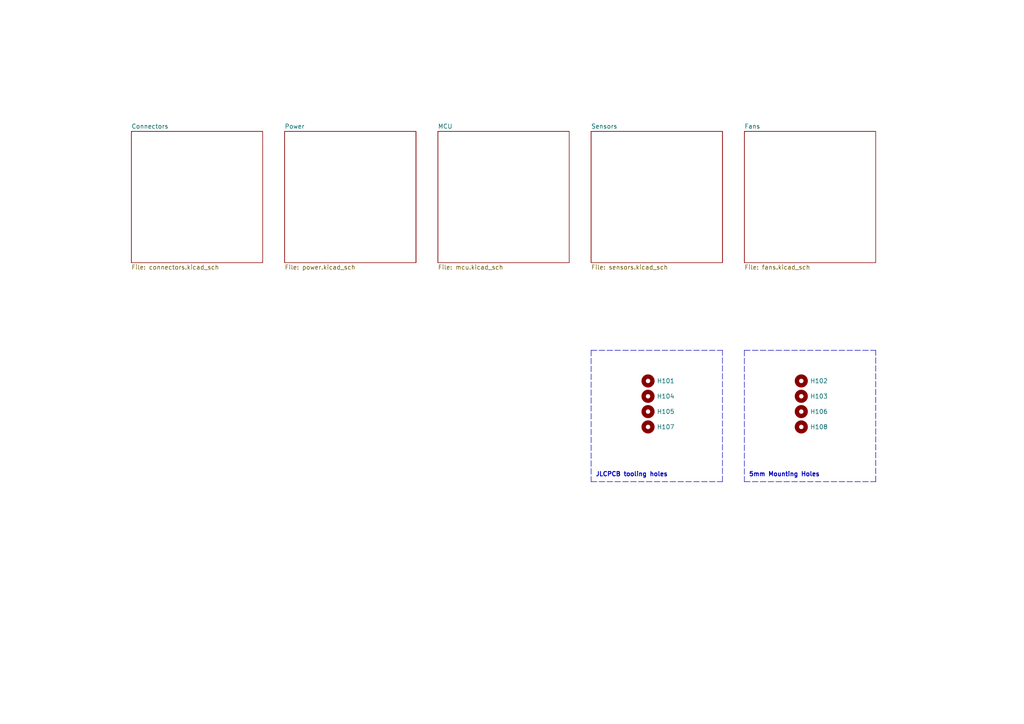
<source format=kicad_sch>
(kicad_sch (version 20211123) (generator eeschema)
  (paper "A4")
  (lib_symbols
    (symbol "Mechanical:MountingHole" (pin_names (offset 1.016))
      (property "Reference" "H" (at 0 5.08 0))
      (property "Value" "MountingHole" (at 0 3.175 0))
      (symbol "MountingHole_0_1"
        (circle (center 0 0) (radius 1.27) (stroke (width 1.27)))
      )
    )
  )
  (polyline (pts (xy 171.45 101.6) (xy 209.55 101.6)))
  (polyline (pts (xy 215.9 101.6) (xy 215.9 139.7)))
  (polyline (pts (xy 171.45 139.7) (xy 209.55 139.7)))
  (polyline (pts (xy 254 139.7) (xy 254 101.6)))
  (polyline (pts (xy 215.9 101.6) (xy 254 101.6)))
  (polyline (pts (xy 209.55 139.7) (xy 209.55 101.6)))
  (polyline (pts (xy 171.45 101.6) (xy 171.45 139.7)))
  (polyline (pts (xy 215.9 139.7) (xy 254 139.7)))
  (text "JLCPCB tooling holes" (at 172.72 138.43 0) (effects (font (size 1.27 1.27) (thickness 0.254) bold) (justify left bottom)))
  (text "5mm Mounting Holes" (at 217.17 138.43 0) (effects (font (size 1.27 1.27) (thickness 0.254) bold) (justify left bottom)))
  (symbol (lib_id "Mechanical:MountingHole") (at 232.41 114.935 0) (unit 1) (in_bom no)
    (property "Reference" "H103" (at 234.95 114.9349 0) (effects (justify left)))
    (property "Value" "MountingHole" (effects hide))
    (property "Footprint" "fancontroller:MountingHole_5mm_Keepout" (effects hide))
  )
  (symbol (lib_id "Mechanical:MountingHole") (at 232.41 119.38 0) (unit 1) (in_bom no)
    (property "Reference" "H106" (at 234.95 119.3799 0) (effects (justify left)))
    (property "Value" "MountingHole" (effects hide))
    (property "Footprint" "fancontroller:MountingHole_5mm_Keepout" (effects hide))
  )
  (symbol (lib_id "Mechanical:MountingHole") (at 187.953 114.9435 0) (unit 1)
    (property "Reference" "H104" (at 190.493 114.9434 0) (effects (justify left)))
    (property "Value" "ToolingHole" (effects hide))
    (property "Footprint" "fancontroller:JLCPCB tooling hole" (effects hide))
  )
  (symbol (lib_id "Mechanical:MountingHole") (at 187.96 110.49 0) (unit 1)
    (property "Reference" "H101" (at 190.5 110.4899 0) (effects (justify left)))
    (property "Value" "ToolingHole" (effects hide))
    (property "Footprint" "fancontroller:JLCPCB tooling hole" (effects hide))
  )
  (symbol (lib_id "Mechanical:MountingHole") (at 232.41 123.825 0) (unit 1) (in_bom no)
    (property "Reference" "H108" (at 234.95 123.8249 0) (effects (justify left)))
    (property "Value" "MountingHole" (effects hide))
    (property "Footprint" "fancontroller:MountingHole_5mm_Keepout" (effects hide))
  )
  (symbol (lib_id "Mechanical:MountingHole") (at 187.96 119.38 0) (unit 1)
    (property "Reference" "H105" (at 190.5 119.3799 0) (effects (justify left)))
    (property "Value" "ToolingHole" (effects hide))
    (property "Footprint" "fancontroller:JLCPCB tooling hole" (effects hide))
  )
  (symbol (lib_id "Mechanical:MountingHole") (at 232.41 110.49 0) (unit 1) (in_bom no)
    (property "Reference" "H102" (at 234.95 110.4899 0) (effects (justify left)))
    (property "Value" "MountingHole" (effects hide))
    (property "Footprint" "fancontroller:MountingHole_5mm_Keepout" (effects hide))
  )
  (symbol (lib_id "Mechanical:MountingHole") (at 187.96 123.825 0) (unit 1)
    (property "Reference" "H107" (at 190.5 123.8249 0) (effects (justify left)))
    (property "Value" "ToolingHole" (effects hide))
    (property "Footprint" "fancontroller:JLCPCB tooling hole" (effects hide))
  )
  (sheet (at 215.9 38.1) (size 38.1 38.1) (stroke (width 0.1524))
    (property "Sheet name" "Fans" (at 215.9 37.3884 0) (effects (justify left bottom)))
    (property "Sheet file" "fans.kicad_sch" (at 215.9 76.7846 0) (effects (justify left top)))
  )
  (sheet (at 38.1 38.1) (size 38.1 38.1) (stroke (width 0.1524))
    (property "Sheet name" "Connectors" (at 38.1 37.3884 0) (effects (justify left bottom)))
    (property "Sheet file" "connectors.kicad_sch" (at 38.1 76.7846 0) (effects (justify left top)))
  )
  (sheet (at 82.55 38.1) (size 38.1 38.1) (stroke (width 0.1524))
    (property "Sheet name" "Power" (at 82.55 37.3884 0) (effects (justify left bottom)))
    (property "Sheet file" "power.kicad_sch" (at 82.55 76.7846 0) (effects (justify left top)))
  )
  (sheet (at 171.45 38.1) (size 38.1 38.1) (stroke (width 0.1524))
    (property "Sheet name" "Sensors" (at 171.45 37.3884 0) (effects (justify left bottom)))
    (property "Sheet file" "sensors.kicad_sch" (at 171.45 76.7846 0) (effects (justify left top)))
  )
  (sheet (at 127 38.1) (size 38.1 38.1) (stroke (width 0.1524))
    (property "Sheet name" "MCU" (at 127 37.3884 0) (effects (justify left bottom)))
    (property "Sheet file" "mcu.kicad_sch" (at 127 76.7846 0) (effects (justify left top)))
  )
)
</source>
